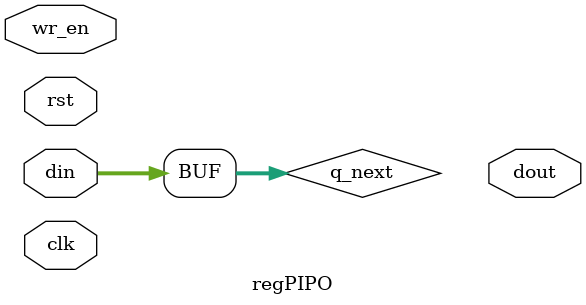
<source format=sv>
module regPIPO (
    input logic clk, rst, wr_en,
    input logic [3:0] din,
    output logic [3:0] dout
);
    logic [3:0] q_next, q_reg;
    always_ff @(posedge clk, posedge rst)
        begin
            if (rst == 1'b1)
                q_reg = 0;
            else if (wr_en == 1'b1)
                q_reg = q_next;
        end
    assign q_next = din;            
endmodule
</source>
